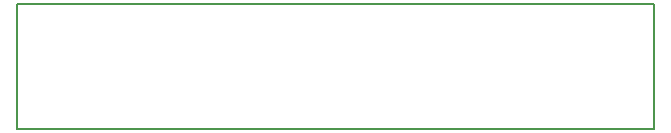
<source format=gm1>
G04 MADE WITH FRITZING*
G04 WWW.FRITZING.ORG*
G04 DOUBLE SIDED*
G04 HOLES PLATED*
G04 CONTOUR ON CENTER OF CONTOUR VECTOR*
%ASAXBY*%
%FSLAX23Y23*%
%MOIN*%
%OFA0B0*%
%SFA1.0B1.0*%
%ADD10R,2.130830X0.422988*%
%ADD11C,0.008000*%
%ADD10C,0.008*%
%LNCONTOUR*%
G90*
G70*
G54D10*
G54D11*
X4Y419D02*
X2127Y419D01*
X2127Y4D01*
X4Y4D01*
X4Y419D01*
D02*
G04 End of contour*
M02*
</source>
